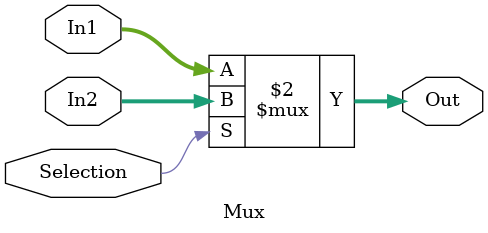
<source format=v>
module Mux (In1,In2,Selection,Out);
    //Declaring Inputs:
    input [15:0] In1,In2;
    input Selection;
    
    //Declaring Output:
    output [15:0] Out;

    //Assigning Output:
    assign Out = (~Selection) ? In1 : In2;
endmodule
</source>
